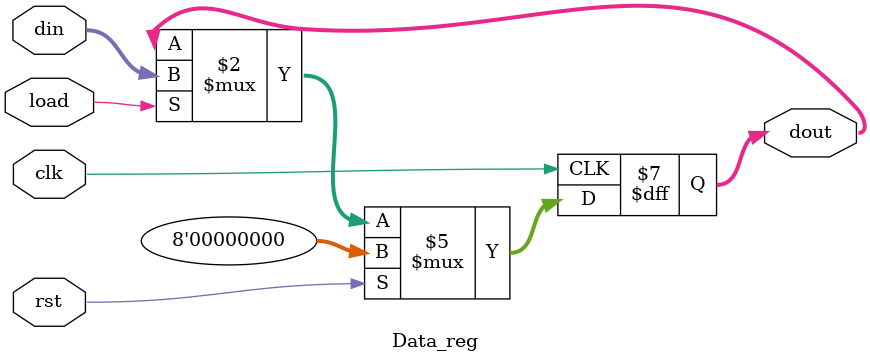
<source format=v>
module Data_reg(
output reg[7:0] dout,
input[7:0] din,
input load,clk,rst);

always@(posedge clk)
if(rst) dout<=0;
else if(load) dout<=din;

endmodule

</source>
